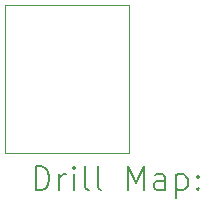
<source format=gbr>
%TF.GenerationSoftware,KiCad,Pcbnew,9.0.0*%
%TF.CreationDate,2025-04-05T15:43:31-04:00*%
%TF.ProjectId,Project Resonator Crossover Circuit PCB,50726f6a-6563-4742-9052-65736f6e6174,rev?*%
%TF.SameCoordinates,Original*%
%TF.FileFunction,Drillmap*%
%TF.FilePolarity,Positive*%
%FSLAX45Y45*%
G04 Gerber Fmt 4.5, Leading zero omitted, Abs format (unit mm)*
G04 Created by KiCad (PCBNEW 9.0.0) date 2025-04-05 15:43:31*
%MOMM*%
%LPD*%
G01*
G04 APERTURE LIST*
%ADD10C,0.050000*%
%ADD11C,0.200000*%
G04 APERTURE END LIST*
D10*
X16387099Y-5089880D02*
X17437100Y-5089880D01*
X17437100Y-6339881D01*
X16387099Y-6339881D01*
X16387099Y-5089880D01*
D11*
X16645376Y-6653864D02*
X16645376Y-6453864D01*
X16645376Y-6453864D02*
X16692995Y-6453864D01*
X16692995Y-6453864D02*
X16721567Y-6463388D01*
X16721567Y-6463388D02*
X16740614Y-6482436D01*
X16740614Y-6482436D02*
X16750138Y-6501483D01*
X16750138Y-6501483D02*
X16759662Y-6539579D01*
X16759662Y-6539579D02*
X16759662Y-6568150D01*
X16759662Y-6568150D02*
X16750138Y-6606245D01*
X16750138Y-6606245D02*
X16740614Y-6625293D01*
X16740614Y-6625293D02*
X16721567Y-6644341D01*
X16721567Y-6644341D02*
X16692995Y-6653864D01*
X16692995Y-6653864D02*
X16645376Y-6653864D01*
X16845376Y-6653864D02*
X16845376Y-6520531D01*
X16845376Y-6558626D02*
X16854900Y-6539579D01*
X16854900Y-6539579D02*
X16864424Y-6530055D01*
X16864424Y-6530055D02*
X16883471Y-6520531D01*
X16883471Y-6520531D02*
X16902519Y-6520531D01*
X16969186Y-6653864D02*
X16969186Y-6520531D01*
X16969186Y-6453864D02*
X16959662Y-6463388D01*
X16959662Y-6463388D02*
X16969186Y-6472912D01*
X16969186Y-6472912D02*
X16978710Y-6463388D01*
X16978710Y-6463388D02*
X16969186Y-6453864D01*
X16969186Y-6453864D02*
X16969186Y-6472912D01*
X17092995Y-6653864D02*
X17073948Y-6644341D01*
X17073948Y-6644341D02*
X17064424Y-6625293D01*
X17064424Y-6625293D02*
X17064424Y-6453864D01*
X17197757Y-6653864D02*
X17178710Y-6644341D01*
X17178710Y-6644341D02*
X17169186Y-6625293D01*
X17169186Y-6625293D02*
X17169186Y-6453864D01*
X17426329Y-6653864D02*
X17426329Y-6453864D01*
X17426329Y-6453864D02*
X17492995Y-6596722D01*
X17492995Y-6596722D02*
X17559662Y-6453864D01*
X17559662Y-6453864D02*
X17559662Y-6653864D01*
X17740614Y-6653864D02*
X17740614Y-6549103D01*
X17740614Y-6549103D02*
X17731091Y-6530055D01*
X17731091Y-6530055D02*
X17712043Y-6520531D01*
X17712043Y-6520531D02*
X17673948Y-6520531D01*
X17673948Y-6520531D02*
X17654900Y-6530055D01*
X17740614Y-6644341D02*
X17721567Y-6653864D01*
X17721567Y-6653864D02*
X17673948Y-6653864D01*
X17673948Y-6653864D02*
X17654900Y-6644341D01*
X17654900Y-6644341D02*
X17645376Y-6625293D01*
X17645376Y-6625293D02*
X17645376Y-6606245D01*
X17645376Y-6606245D02*
X17654900Y-6587198D01*
X17654900Y-6587198D02*
X17673948Y-6577674D01*
X17673948Y-6577674D02*
X17721567Y-6577674D01*
X17721567Y-6577674D02*
X17740614Y-6568150D01*
X17835852Y-6520531D02*
X17835852Y-6720531D01*
X17835852Y-6530055D02*
X17854900Y-6520531D01*
X17854900Y-6520531D02*
X17892995Y-6520531D01*
X17892995Y-6520531D02*
X17912043Y-6530055D01*
X17912043Y-6530055D02*
X17921567Y-6539579D01*
X17921567Y-6539579D02*
X17931091Y-6558626D01*
X17931091Y-6558626D02*
X17931091Y-6615769D01*
X17931091Y-6615769D02*
X17921567Y-6634817D01*
X17921567Y-6634817D02*
X17912043Y-6644341D01*
X17912043Y-6644341D02*
X17892995Y-6653864D01*
X17892995Y-6653864D02*
X17854900Y-6653864D01*
X17854900Y-6653864D02*
X17835852Y-6644341D01*
X18016805Y-6634817D02*
X18026329Y-6644341D01*
X18026329Y-6644341D02*
X18016805Y-6653864D01*
X18016805Y-6653864D02*
X18007281Y-6644341D01*
X18007281Y-6644341D02*
X18016805Y-6634817D01*
X18016805Y-6634817D02*
X18016805Y-6653864D01*
X18016805Y-6530055D02*
X18026329Y-6539579D01*
X18026329Y-6539579D02*
X18016805Y-6549103D01*
X18016805Y-6549103D02*
X18007281Y-6539579D01*
X18007281Y-6539579D02*
X18016805Y-6530055D01*
X18016805Y-6530055D02*
X18016805Y-6549103D01*
M02*

</source>
